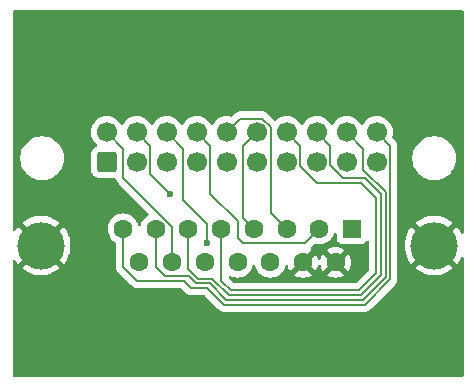
<source format=gtl>
G04 #@! TF.GenerationSoftware,KiCad,Pcbnew,8.0.5*
G04 #@! TF.CreationDate,2024-10-24T17:48:11+02:00*
G04 #@! TF.ProjectId,parallel_adapter,70617261-6c6c-4656-9c5f-616461707465,rev?*
G04 #@! TF.SameCoordinates,Original*
G04 #@! TF.FileFunction,Copper,L1,Top*
G04 #@! TF.FilePolarity,Positive*
%FSLAX46Y46*%
G04 Gerber Fmt 4.6, Leading zero omitted, Abs format (unit mm)*
G04 Created by KiCad (PCBNEW 8.0.5) date 2024-10-24 17:48:11*
%MOMM*%
%LPD*%
G01*
G04 APERTURE LIST*
G04 Aperture macros list*
%AMRoundRect*
0 Rectangle with rounded corners*
0 $1 Rounding radius*
0 $2 $3 $4 $5 $6 $7 $8 $9 X,Y pos of 4 corners*
0 Add a 4 corners polygon primitive as box body*
4,1,4,$2,$3,$4,$5,$6,$7,$8,$9,$2,$3,0*
0 Add four circle primitives for the rounded corners*
1,1,$1+$1,$2,$3*
1,1,$1+$1,$4,$5*
1,1,$1+$1,$6,$7*
1,1,$1+$1,$8,$9*
0 Add four rect primitives between the rounded corners*
20,1,$1+$1,$2,$3,$4,$5,0*
20,1,$1+$1,$4,$5,$6,$7,0*
20,1,$1+$1,$6,$7,$8,$9,0*
20,1,$1+$1,$8,$9,$2,$3,0*%
G04 Aperture macros list end*
G04 #@! TA.AperFunction,ComponentPad*
%ADD10RoundRect,0.250000X0.600000X-0.600000X0.600000X0.600000X-0.600000X0.600000X-0.600000X-0.600000X0*%
G04 #@! TD*
G04 #@! TA.AperFunction,ComponentPad*
%ADD11C,1.700000*%
G04 #@! TD*
G04 #@! TA.AperFunction,ComponentPad*
%ADD12C,4.000000*%
G04 #@! TD*
G04 #@! TA.AperFunction,ComponentPad*
%ADD13R,1.600000X1.600000*%
G04 #@! TD*
G04 #@! TA.AperFunction,ComponentPad*
%ADD14C,1.600000*%
G04 #@! TD*
G04 #@! TA.AperFunction,ViaPad*
%ADD15C,0.600000*%
G04 #@! TD*
G04 #@! TA.AperFunction,Conductor*
%ADD16C,0.200000*%
G04 #@! TD*
G04 APERTURE END LIST*
D10*
X139080000Y-82540000D03*
D11*
X139080000Y-80000000D03*
X141620000Y-82540000D03*
X141620000Y-80000000D03*
X144160000Y-82540000D03*
X144160000Y-80000000D03*
X146700000Y-82540000D03*
X146700000Y-80000000D03*
X149240000Y-82540000D03*
X149240000Y-80000000D03*
X151780000Y-82540000D03*
X151780000Y-80000000D03*
X154320000Y-82540000D03*
X154320000Y-80000000D03*
X156860000Y-82540000D03*
X156860000Y-80000000D03*
X159400000Y-82540000D03*
X159400000Y-80000000D03*
X161940000Y-82540000D03*
X161940000Y-80000000D03*
D12*
X133500000Y-89600000D03*
X166800000Y-89600000D03*
D13*
X159845000Y-88180000D03*
D14*
X157075000Y-88180000D03*
X154305000Y-88180000D03*
X151535000Y-88180000D03*
X148765000Y-88180000D03*
X145995000Y-88180000D03*
X143225000Y-88180000D03*
X140455000Y-88180000D03*
X158460000Y-91020000D03*
X155690000Y-91020000D03*
X152920000Y-91020000D03*
X150150000Y-91020000D03*
X147380000Y-91020000D03*
X144610000Y-91020000D03*
X141840000Y-91020000D03*
D15*
X147600000Y-89400000D03*
X144400000Y-85200000D03*
D16*
X151780000Y-80000000D02*
X150630000Y-81150000D01*
X150630000Y-81150000D02*
X150630000Y-87275000D01*
X150630000Y-87275000D02*
X151535000Y-88180000D01*
X149240000Y-80000000D02*
X150390000Y-78850000D01*
X152256346Y-78850000D02*
X153000000Y-79593654D01*
X150390000Y-78850000D02*
X152256346Y-78850000D01*
X153000000Y-79593654D02*
X153000000Y-86875000D01*
X153000000Y-86875000D02*
X154305000Y-88180000D01*
X158010000Y-81150000D02*
X158010000Y-82810000D01*
X149400000Y-93800000D02*
X148000000Y-92400000D01*
X160917157Y-83882843D02*
X162290000Y-85255686D01*
X162290000Y-85255686D02*
X162290000Y-92110000D01*
X156860000Y-80000000D02*
X158010000Y-81150000D01*
X160600000Y-93800000D02*
X149400000Y-93800000D01*
X146795000Y-92400000D02*
X145995000Y-91600000D01*
X148000000Y-92400000D02*
X146795000Y-92400000D01*
X159082843Y-83882843D02*
X160917157Y-83882843D01*
X158010000Y-82810000D02*
X159082843Y-83882843D01*
X162290000Y-92110000D02*
X160600000Y-93800000D01*
X145995000Y-91600000D02*
X145995000Y-88180000D01*
X146000000Y-92200000D02*
X144025000Y-92200000D01*
X149200000Y-94200000D02*
X147800000Y-92800000D01*
X160790000Y-83190000D02*
X162690000Y-85090000D01*
X143225000Y-91400000D02*
X143225000Y-88180000D01*
X160765686Y-94200000D02*
X149200000Y-94200000D01*
X162690000Y-92275686D02*
X160765686Y-94200000D01*
X160790000Y-81390000D02*
X160790000Y-83190000D01*
X146600000Y-92800000D02*
X146000000Y-92200000D01*
X147800000Y-92800000D02*
X146600000Y-92800000D01*
X144025000Y-92200000D02*
X143225000Y-91400000D01*
X159400000Y-80000000D02*
X160790000Y-81390000D01*
X162690000Y-85090000D02*
X162690000Y-92275686D01*
X163090000Y-81150000D02*
X163090000Y-92441372D01*
X145600000Y-92600000D02*
X141655000Y-92600000D01*
X163090000Y-92441372D02*
X160931372Y-94600000D01*
X147600000Y-93200000D02*
X146200000Y-93200000D01*
X160931372Y-94600000D02*
X149000000Y-94600000D01*
X141655000Y-92600000D02*
X140455000Y-91400000D01*
X161940000Y-80000000D02*
X163090000Y-81150000D01*
X146200000Y-93200000D02*
X145600000Y-92600000D01*
X140455000Y-91400000D02*
X140455000Y-88180000D01*
X149000000Y-94600000D02*
X147600000Y-93200000D01*
X150200000Y-89000000D02*
X150600000Y-89400000D01*
X155855000Y-89400000D02*
X157075000Y-88180000D01*
X147850000Y-81150000D02*
X147850000Y-85200000D01*
X150600000Y-89400000D02*
X155855000Y-89400000D01*
X146700000Y-80000000D02*
X147850000Y-81150000D01*
X147850000Y-85200000D02*
X150200000Y-87550000D01*
X150200000Y-87550000D02*
X150200000Y-89000000D01*
X144160000Y-80000000D02*
X145550000Y-81390000D01*
X145550000Y-85750000D02*
X147600000Y-87800000D01*
X145550000Y-81390000D02*
X145550000Y-85750000D01*
X147600000Y-87800000D02*
X147600000Y-89400000D01*
X142770000Y-83570000D02*
X144400000Y-85200000D01*
X142770000Y-81150000D02*
X142770000Y-83570000D01*
X141620000Y-80000000D02*
X142770000Y-81150000D01*
X144610000Y-88009365D02*
X144610000Y-91020000D01*
X140470000Y-83869365D02*
X144610000Y-88009365D01*
X139080000Y-80000000D02*
X140470000Y-81390000D01*
X140470000Y-81390000D02*
X140470000Y-83869365D01*
X149600000Y-93400000D02*
X148765000Y-92565000D01*
X156882843Y-84282843D02*
X160600000Y-84282843D01*
X148765000Y-92565000D02*
X148765000Y-88180000D01*
X161890000Y-85572843D02*
X161890000Y-91944314D01*
X154320000Y-80000000D02*
X155470000Y-81150000D01*
X160600000Y-84282843D02*
X161890000Y-85572843D01*
X155470000Y-82870000D02*
X156882843Y-84282843D01*
X160434314Y-93400000D02*
X149600000Y-93400000D01*
X155470000Y-81150000D02*
X155470000Y-82870000D01*
X161890000Y-91944314D02*
X160434314Y-93400000D01*
G04 #@! TA.AperFunction,Conductor*
G36*
X158469240Y-88548352D02*
G01*
X158523146Y-88592803D01*
X158544463Y-88659341D01*
X158544500Y-88662371D01*
X158544500Y-89027869D01*
X158544501Y-89027876D01*
X158550908Y-89087483D01*
X158601202Y-89222328D01*
X158601206Y-89222335D01*
X158687452Y-89337544D01*
X158687455Y-89337547D01*
X158802664Y-89423793D01*
X158802671Y-89423797D01*
X158937517Y-89474091D01*
X158937516Y-89474091D01*
X158944444Y-89474835D01*
X158997127Y-89480500D01*
X160692872Y-89480499D01*
X160752483Y-89474091D01*
X160887331Y-89423796D01*
X161002546Y-89337546D01*
X161066235Y-89252468D01*
X161122167Y-89210599D01*
X161191859Y-89205615D01*
X161253182Y-89239100D01*
X161286666Y-89300423D01*
X161289500Y-89326781D01*
X161289500Y-91644217D01*
X161269815Y-91711256D01*
X161253181Y-91731898D01*
X160221898Y-92763181D01*
X160160575Y-92796666D01*
X160134217Y-92799500D01*
X149900097Y-92799500D01*
X149833058Y-92779815D01*
X149812416Y-92763181D01*
X149437162Y-92387927D01*
X149403677Y-92326604D01*
X149408661Y-92256912D01*
X149450533Y-92200979D01*
X149515997Y-92176562D01*
X149577246Y-92187863D01*
X149703504Y-92246739D01*
X149923308Y-92305635D01*
X150085230Y-92319801D01*
X150149998Y-92325468D01*
X150150000Y-92325468D01*
X150150002Y-92325468D01*
X150206673Y-92320509D01*
X150376692Y-92305635D01*
X150596496Y-92246739D01*
X150802734Y-92150568D01*
X150989139Y-92020047D01*
X151150047Y-91859139D01*
X151280568Y-91672734D01*
X151376739Y-91466496D01*
X151415225Y-91322862D01*
X151451590Y-91263202D01*
X151514437Y-91232673D01*
X151583812Y-91240968D01*
X151637690Y-91285453D01*
X151654775Y-91322863D01*
X151693258Y-91466488D01*
X151693261Y-91466497D01*
X151789431Y-91672732D01*
X151789432Y-91672734D01*
X151919954Y-91859141D01*
X152080858Y-92020045D01*
X152080861Y-92020047D01*
X152267266Y-92150568D01*
X152473504Y-92246739D01*
X152693308Y-92305635D01*
X152855230Y-92319801D01*
X152919998Y-92325468D01*
X152920000Y-92325468D01*
X152920002Y-92325468D01*
X152976673Y-92320509D01*
X153146692Y-92305635D01*
X153366496Y-92246739D01*
X153572734Y-92150568D01*
X153759139Y-92020047D01*
X153920047Y-91859139D01*
X154050568Y-91672734D01*
X154146739Y-91466496D01*
X154185484Y-91321895D01*
X154221847Y-91262238D01*
X154284694Y-91231708D01*
X154354070Y-91240002D01*
X154407948Y-91284487D01*
X154425033Y-91321897D01*
X154463731Y-91466319D01*
X154463735Y-91466331D01*
X154559863Y-91672478D01*
X154610974Y-91745472D01*
X155207037Y-91149408D01*
X155224075Y-91212993D01*
X155289901Y-91327007D01*
X155382993Y-91420099D01*
X155497007Y-91485925D01*
X155560590Y-91502962D01*
X154964526Y-92099025D01*
X155037513Y-92150132D01*
X155037521Y-92150136D01*
X155243668Y-92246264D01*
X155243682Y-92246269D01*
X155463389Y-92305139D01*
X155463400Y-92305141D01*
X155689998Y-92324966D01*
X155690002Y-92324966D01*
X155916599Y-92305141D01*
X155916610Y-92305139D01*
X156136317Y-92246269D01*
X156136331Y-92246264D01*
X156342478Y-92150136D01*
X156415471Y-92099024D01*
X155819409Y-91502962D01*
X155882993Y-91485925D01*
X155997007Y-91420099D01*
X156090099Y-91327007D01*
X156155925Y-91212993D01*
X156172962Y-91149409D01*
X156769024Y-91745471D01*
X156820136Y-91672478D01*
X156916264Y-91466331D01*
X156916269Y-91466317D01*
X156955225Y-91320932D01*
X156991590Y-91261271D01*
X157054437Y-91230742D01*
X157123812Y-91239037D01*
X157177690Y-91283522D01*
X157194775Y-91320932D01*
X157233730Y-91466317D01*
X157233735Y-91466331D01*
X157329863Y-91672478D01*
X157380974Y-91745472D01*
X157977037Y-91149409D01*
X157994075Y-91212993D01*
X158059901Y-91327007D01*
X158152993Y-91420099D01*
X158267007Y-91485925D01*
X158330590Y-91502962D01*
X157734526Y-92099025D01*
X157807513Y-92150132D01*
X157807521Y-92150136D01*
X158013668Y-92246264D01*
X158013682Y-92246269D01*
X158233389Y-92305139D01*
X158233400Y-92305141D01*
X158459998Y-92324966D01*
X158460002Y-92324966D01*
X158686599Y-92305141D01*
X158686610Y-92305139D01*
X158906317Y-92246269D01*
X158906331Y-92246264D01*
X159112478Y-92150136D01*
X159185471Y-92099024D01*
X158589409Y-91502962D01*
X158652993Y-91485925D01*
X158767007Y-91420099D01*
X158860099Y-91327007D01*
X158925925Y-91212993D01*
X158942962Y-91149409D01*
X159539024Y-91745471D01*
X159590136Y-91672478D01*
X159686264Y-91466331D01*
X159686269Y-91466317D01*
X159745139Y-91246610D01*
X159745141Y-91246599D01*
X159764966Y-91020002D01*
X159764966Y-91019997D01*
X159745141Y-90793400D01*
X159745139Y-90793389D01*
X159686269Y-90573682D01*
X159686264Y-90573668D01*
X159590136Y-90367521D01*
X159590132Y-90367513D01*
X159539025Y-90294526D01*
X158942962Y-90890589D01*
X158925925Y-90827007D01*
X158860099Y-90712993D01*
X158767007Y-90619901D01*
X158652993Y-90554075D01*
X158589410Y-90537037D01*
X159185472Y-89940974D01*
X159112478Y-89889863D01*
X158906331Y-89793735D01*
X158906317Y-89793730D01*
X158686610Y-89734860D01*
X158686599Y-89734858D01*
X158460002Y-89715034D01*
X158459998Y-89715034D01*
X158233400Y-89734858D01*
X158233389Y-89734860D01*
X158013682Y-89793730D01*
X158013673Y-89793734D01*
X157807516Y-89889866D01*
X157807512Y-89889868D01*
X157734526Y-89940973D01*
X157734526Y-89940974D01*
X158330590Y-90537037D01*
X158267007Y-90554075D01*
X158152993Y-90619901D01*
X158059901Y-90712993D01*
X157994075Y-90827007D01*
X157977037Y-90890589D01*
X157380974Y-90294526D01*
X157380973Y-90294526D01*
X157329868Y-90367512D01*
X157329866Y-90367516D01*
X157233734Y-90573673D01*
X157233731Y-90573679D01*
X157194775Y-90719068D01*
X157158410Y-90778728D01*
X157095563Y-90809257D01*
X157026187Y-90800962D01*
X156972310Y-90756477D01*
X156955225Y-90719068D01*
X156916268Y-90573679D01*
X156916264Y-90573668D01*
X156820136Y-90367521D01*
X156820132Y-90367513D01*
X156769025Y-90294526D01*
X156172962Y-90890589D01*
X156155925Y-90827007D01*
X156090099Y-90712993D01*
X155997007Y-90619901D01*
X155882993Y-90554075D01*
X155819408Y-90537037D01*
X156415472Y-89940974D01*
X156388181Y-89921865D01*
X156344556Y-89867288D01*
X156337364Y-89797789D01*
X156368886Y-89735435D01*
X156371592Y-89732641D01*
X156632294Y-89471939D01*
X156693615Y-89438456D01*
X156752066Y-89439847D01*
X156771604Y-89445082D01*
X156848308Y-89465635D01*
X157010230Y-89479801D01*
X157074998Y-89485468D01*
X157075000Y-89485468D01*
X157075002Y-89485468D01*
X157131807Y-89480498D01*
X157301692Y-89465635D01*
X157521496Y-89406739D01*
X157727734Y-89310568D01*
X157914139Y-89180047D01*
X158075047Y-89019139D01*
X158205568Y-88832734D01*
X158301739Y-88626496D01*
X158301741Y-88626488D01*
X158303593Y-88621402D01*
X158305689Y-88622165D01*
X158337032Y-88570670D01*
X158399859Y-88540101D01*
X158469240Y-88548352D01*
G37*
G04 #@! TD.AperFunction*
G04 #@! TA.AperFunction,Conductor*
G36*
X169242539Y-69720185D02*
G01*
X169288294Y-69772989D01*
X169299500Y-69824500D01*
X169299500Y-88485377D01*
X169279815Y-88552416D01*
X169227011Y-88598171D01*
X169157853Y-88608115D01*
X169094297Y-88579090D01*
X169063302Y-88538174D01*
X168995100Y-88393238D01*
X168995096Y-88393232D01*
X168826542Y-88127632D01*
X168826539Y-88127628D01*
X168735712Y-88017838D01*
X168094250Y-88659300D01*
X168020412Y-88557670D01*
X167842330Y-88379588D01*
X167740698Y-88305748D01*
X168385027Y-87661419D01*
X168385026Y-87661417D01*
X168142227Y-87485014D01*
X168142209Y-87485003D01*
X167866552Y-87333459D01*
X167866544Y-87333455D01*
X167574073Y-87217659D01*
X167269379Y-87139426D01*
X167269370Y-87139424D01*
X166957298Y-87100000D01*
X166642701Y-87100000D01*
X166330629Y-87139424D01*
X166330620Y-87139426D01*
X166025926Y-87217659D01*
X165733455Y-87333455D01*
X165733447Y-87333459D01*
X165457787Y-87485004D01*
X165457782Y-87485007D01*
X165214972Y-87661418D01*
X165214971Y-87661419D01*
X165859301Y-88305748D01*
X165757670Y-88379588D01*
X165579588Y-88557670D01*
X165505748Y-88659300D01*
X164864286Y-88017838D01*
X164864285Y-88017838D01*
X164773459Y-88127629D01*
X164773457Y-88127632D01*
X164604903Y-88393232D01*
X164604900Y-88393238D01*
X164470965Y-88677862D01*
X164470963Y-88677867D01*
X164373755Y-88977041D01*
X164314808Y-89286050D01*
X164314807Y-89286057D01*
X164295057Y-89599994D01*
X164295057Y-89600005D01*
X164314807Y-89913942D01*
X164314808Y-89913949D01*
X164373755Y-90222958D01*
X164470963Y-90522132D01*
X164470965Y-90522137D01*
X164604900Y-90806761D01*
X164604903Y-90806767D01*
X164773457Y-91072367D01*
X164773460Y-91072371D01*
X164864286Y-91182160D01*
X165505748Y-90540698D01*
X165579588Y-90642330D01*
X165757670Y-90820412D01*
X165859300Y-90894250D01*
X165214971Y-91538579D01*
X165214972Y-91538581D01*
X165457772Y-91714985D01*
X165457790Y-91714996D01*
X165733447Y-91866540D01*
X165733455Y-91866544D01*
X166025926Y-91982340D01*
X166330620Y-92060573D01*
X166330629Y-92060575D01*
X166642701Y-92099999D01*
X166642715Y-92100000D01*
X166957285Y-92100000D01*
X166957298Y-92099999D01*
X167269370Y-92060575D01*
X167269379Y-92060573D01*
X167574073Y-91982340D01*
X167866544Y-91866544D01*
X167866552Y-91866540D01*
X168142209Y-91714996D01*
X168142219Y-91714990D01*
X168385026Y-91538579D01*
X168385027Y-91538579D01*
X167740698Y-90894251D01*
X167842330Y-90820412D01*
X168020412Y-90642330D01*
X168094251Y-90540698D01*
X168735712Y-91182160D01*
X168826544Y-91072364D01*
X168995096Y-90806767D01*
X168995099Y-90806761D01*
X169063302Y-90661825D01*
X169109657Y-90609547D01*
X169176917Y-90590630D01*
X169243727Y-90611079D01*
X169288876Y-90664403D01*
X169299500Y-90714622D01*
X169299500Y-100575500D01*
X169279815Y-100642539D01*
X169227011Y-100688294D01*
X169175500Y-100699500D01*
X131224500Y-100699500D01*
X131157461Y-100679815D01*
X131111706Y-100627011D01*
X131100500Y-100575500D01*
X131100500Y-90911490D01*
X131120185Y-90844451D01*
X131172989Y-90798696D01*
X131242147Y-90788752D01*
X131305703Y-90817777D01*
X131329197Y-90845048D01*
X131473457Y-91072367D01*
X131473460Y-91072371D01*
X131564286Y-91182160D01*
X132205748Y-90540698D01*
X132279588Y-90642330D01*
X132457670Y-90820412D01*
X132559300Y-90894250D01*
X131914971Y-91538579D01*
X131914972Y-91538581D01*
X132157772Y-91714985D01*
X132157790Y-91714996D01*
X132433447Y-91866540D01*
X132433455Y-91866544D01*
X132725926Y-91982340D01*
X133030620Y-92060573D01*
X133030629Y-92060575D01*
X133342701Y-92099999D01*
X133342715Y-92100000D01*
X133657285Y-92100000D01*
X133657298Y-92099999D01*
X133969370Y-92060575D01*
X133969379Y-92060573D01*
X134274073Y-91982340D01*
X134566544Y-91866544D01*
X134566552Y-91866540D01*
X134842209Y-91714996D01*
X134842219Y-91714990D01*
X135085026Y-91538579D01*
X135085027Y-91538579D01*
X134440698Y-90894251D01*
X134542330Y-90820412D01*
X134720412Y-90642330D01*
X134794251Y-90540698D01*
X135435712Y-91182160D01*
X135526544Y-91072364D01*
X135695096Y-90806767D01*
X135695099Y-90806761D01*
X135829034Y-90522137D01*
X135829036Y-90522132D01*
X135926244Y-90222958D01*
X135985191Y-89913949D01*
X135985192Y-89913942D01*
X136004943Y-89600005D01*
X136004943Y-89599994D01*
X135985192Y-89286057D01*
X135985191Y-89286050D01*
X135926244Y-88977041D01*
X135829036Y-88677867D01*
X135829034Y-88677862D01*
X135695099Y-88393238D01*
X135695096Y-88393232D01*
X135526542Y-88127632D01*
X135526539Y-88127628D01*
X135435712Y-88017838D01*
X134794250Y-88659300D01*
X134720412Y-88557670D01*
X134542330Y-88379588D01*
X134440698Y-88305748D01*
X135085027Y-87661419D01*
X135085026Y-87661417D01*
X134842227Y-87485014D01*
X134842209Y-87485003D01*
X134566552Y-87333459D01*
X134566544Y-87333455D01*
X134274073Y-87217659D01*
X133969379Y-87139426D01*
X133969370Y-87139424D01*
X133657298Y-87100000D01*
X133342701Y-87100000D01*
X133030629Y-87139424D01*
X133030620Y-87139426D01*
X132725926Y-87217659D01*
X132433455Y-87333455D01*
X132433447Y-87333459D01*
X132157787Y-87485004D01*
X132157782Y-87485007D01*
X131914972Y-87661418D01*
X131914971Y-87661419D01*
X132559301Y-88305748D01*
X132457670Y-88379588D01*
X132279588Y-88557670D01*
X132205748Y-88659300D01*
X131564286Y-88017838D01*
X131564285Y-88017838D01*
X131473459Y-88127629D01*
X131473457Y-88127632D01*
X131329197Y-88354951D01*
X131276655Y-88401007D01*
X131207554Y-88411346D01*
X131143834Y-88382684D01*
X131105724Y-88324123D01*
X131100500Y-88288509D01*
X131100500Y-82078711D01*
X131749500Y-82078711D01*
X131749500Y-82321288D01*
X131781161Y-82561785D01*
X131843947Y-82796104D01*
X131930858Y-83005925D01*
X131936776Y-83020212D01*
X132058064Y-83230289D01*
X132058066Y-83230292D01*
X132058067Y-83230293D01*
X132205733Y-83422736D01*
X132205739Y-83422743D01*
X132377256Y-83594260D01*
X132377263Y-83594266D01*
X132396017Y-83608656D01*
X132569711Y-83741936D01*
X132779788Y-83863224D01*
X132914021Y-83918825D01*
X132994076Y-83951985D01*
X133003900Y-83956054D01*
X133238211Y-84018838D01*
X133418586Y-84042584D01*
X133478711Y-84050500D01*
X133478712Y-84050500D01*
X133721289Y-84050500D01*
X133769388Y-84044167D01*
X133961789Y-84018838D01*
X134196100Y-83956054D01*
X134420212Y-83863224D01*
X134630289Y-83741936D01*
X134822738Y-83594265D01*
X134994265Y-83422738D01*
X135141936Y-83230289D01*
X135263224Y-83020212D01*
X135356054Y-82796100D01*
X135418838Y-82561789D01*
X135450500Y-82321288D01*
X135450500Y-82078712D01*
X135418838Y-81838211D01*
X135356054Y-81603900D01*
X135263224Y-81379788D01*
X135141936Y-81169711D01*
X134994265Y-80977262D01*
X134994260Y-80977256D01*
X134822743Y-80805739D01*
X134822736Y-80805733D01*
X134630293Y-80658067D01*
X134630292Y-80658066D01*
X134630289Y-80658064D01*
X134420212Y-80536776D01*
X134420205Y-80536773D01*
X134196104Y-80443947D01*
X133961785Y-80381161D01*
X133721289Y-80349500D01*
X133721288Y-80349500D01*
X133478712Y-80349500D01*
X133478711Y-80349500D01*
X133238214Y-80381161D01*
X133003895Y-80443947D01*
X132779794Y-80536773D01*
X132779785Y-80536777D01*
X132569706Y-80658067D01*
X132377263Y-80805733D01*
X132377256Y-80805739D01*
X132205739Y-80977256D01*
X132205733Y-80977263D01*
X132058067Y-81169706D01*
X131936777Y-81379785D01*
X131936773Y-81379794D01*
X131843947Y-81603895D01*
X131781161Y-81838214D01*
X131749500Y-82078711D01*
X131100500Y-82078711D01*
X131100500Y-79999999D01*
X137724341Y-79999999D01*
X137724341Y-80000000D01*
X137744936Y-80235403D01*
X137744938Y-80235413D01*
X137806094Y-80463655D01*
X137806096Y-80463659D01*
X137806097Y-80463663D01*
X137840191Y-80536777D01*
X137905965Y-80677830D01*
X137905967Y-80677834D01*
X137995524Y-80805733D01*
X138041505Y-80871401D01*
X138208599Y-81038495D01*
X138208604Y-81038499D01*
X138209968Y-81039643D01*
X138210407Y-81040303D01*
X138212427Y-81042323D01*
X138212021Y-81042728D01*
X138248669Y-81097815D01*
X138249776Y-81167676D01*
X138212937Y-81227046D01*
X138169267Y-81252336D01*
X138160669Y-81255184D01*
X138160663Y-81255187D01*
X138011342Y-81347289D01*
X137887289Y-81471342D01*
X137795187Y-81620663D01*
X137795185Y-81620668D01*
X137767349Y-81704670D01*
X137740001Y-81787203D01*
X137740001Y-81787204D01*
X137740000Y-81787204D01*
X137729500Y-81889983D01*
X137729500Y-83190001D01*
X137729501Y-83190018D01*
X137740000Y-83292796D01*
X137740001Y-83292799D01*
X137783059Y-83422738D01*
X137795186Y-83459334D01*
X137887288Y-83608656D01*
X138011344Y-83732712D01*
X138160666Y-83824814D01*
X138327203Y-83879999D01*
X138429991Y-83890500D01*
X139730008Y-83890499D01*
X139745627Y-83888903D01*
X139814318Y-83901671D01*
X139865204Y-83949551D01*
X139878004Y-83980166D01*
X139910258Y-84100535D01*
X139910423Y-84101150D01*
X139918204Y-84114627D01*
X139989477Y-84238077D01*
X139989481Y-84238082D01*
X140108349Y-84356950D01*
X140108355Y-84356955D01*
X142602922Y-86851522D01*
X142636407Y-86912845D01*
X142631423Y-86982537D01*
X142589551Y-87038470D01*
X142576667Y-87046212D01*
X142576961Y-87046721D01*
X142572268Y-87049430D01*
X142385858Y-87179954D01*
X142224954Y-87340858D01*
X142094432Y-87527265D01*
X142094431Y-87527267D01*
X141998261Y-87733502D01*
X141998258Y-87733511D01*
X141959775Y-87877136D01*
X141923410Y-87936797D01*
X141860563Y-87967326D01*
X141791188Y-87959031D01*
X141737310Y-87914546D01*
X141720225Y-87877136D01*
X141681741Y-87733511D01*
X141681738Y-87733502D01*
X141648125Y-87661419D01*
X141585568Y-87527266D01*
X141455047Y-87340861D01*
X141455045Y-87340858D01*
X141294141Y-87179954D01*
X141107734Y-87049432D01*
X141107732Y-87049431D01*
X140901497Y-86953261D01*
X140901488Y-86953258D01*
X140681697Y-86894366D01*
X140681693Y-86894365D01*
X140681692Y-86894365D01*
X140681691Y-86894364D01*
X140681686Y-86894364D01*
X140455002Y-86874532D01*
X140454998Y-86874532D01*
X140228313Y-86894364D01*
X140228302Y-86894366D01*
X140008511Y-86953258D01*
X140008502Y-86953261D01*
X139802267Y-87049431D01*
X139802265Y-87049432D01*
X139615858Y-87179954D01*
X139454954Y-87340858D01*
X139324432Y-87527265D01*
X139324431Y-87527267D01*
X139228261Y-87733502D01*
X139228258Y-87733511D01*
X139169366Y-87953302D01*
X139169364Y-87953313D01*
X139149532Y-88179998D01*
X139149532Y-88180001D01*
X139169364Y-88406686D01*
X139169366Y-88406697D01*
X139228258Y-88626488D01*
X139228261Y-88626497D01*
X139324431Y-88832732D01*
X139324432Y-88832734D01*
X139454954Y-89019141D01*
X139615858Y-89180045D01*
X139615861Y-89180047D01*
X139801624Y-89310118D01*
X139845248Y-89364693D01*
X139854500Y-89411692D01*
X139854500Y-91313330D01*
X139854499Y-91313348D01*
X139854499Y-91479054D01*
X139854498Y-91479054D01*
X139854499Y-91479057D01*
X139895423Y-91631785D01*
X139910433Y-91657782D01*
X139932255Y-91695579D01*
X139974479Y-91768715D01*
X140093349Y-91887585D01*
X140093355Y-91887590D01*
X141170139Y-92964374D01*
X141170149Y-92964385D01*
X141174479Y-92968715D01*
X141174480Y-92968716D01*
X141286284Y-93080520D01*
X141362594Y-93124577D01*
X141423215Y-93159577D01*
X141575942Y-93200500D01*
X141575943Y-93200500D01*
X145299903Y-93200500D01*
X145366942Y-93220185D01*
X145387584Y-93236819D01*
X145715139Y-93564374D01*
X145715149Y-93564385D01*
X145719479Y-93568715D01*
X145719480Y-93568716D01*
X145831284Y-93680520D01*
X145918095Y-93730639D01*
X145918097Y-93730641D01*
X145956151Y-93752611D01*
X145968215Y-93759577D01*
X146120943Y-93800500D01*
X146279057Y-93800500D01*
X147299903Y-93800500D01*
X147366942Y-93820185D01*
X147387584Y-93836819D01*
X148515139Y-94964374D01*
X148515149Y-94964385D01*
X148519479Y-94968715D01*
X148519480Y-94968716D01*
X148631284Y-95080520D01*
X148718095Y-95130639D01*
X148718097Y-95130641D01*
X148756151Y-95152611D01*
X148768215Y-95159577D01*
X148920943Y-95200501D01*
X148920946Y-95200501D01*
X149086653Y-95200501D01*
X149086669Y-95200500D01*
X160844703Y-95200500D01*
X160844719Y-95200501D01*
X160852315Y-95200501D01*
X161010426Y-95200501D01*
X161010429Y-95200501D01*
X161163157Y-95159577D01*
X161213276Y-95130639D01*
X161300088Y-95080520D01*
X161411892Y-94968716D01*
X161411892Y-94968714D01*
X161422100Y-94958507D01*
X161422102Y-94958504D01*
X163448506Y-92932100D01*
X163448511Y-92932096D01*
X163458714Y-92921892D01*
X163458716Y-92921892D01*
X163570520Y-92810088D01*
X163621987Y-92720943D01*
X163649577Y-92673157D01*
X163690501Y-92520429D01*
X163690501Y-92362315D01*
X163690501Y-92354720D01*
X163690500Y-92354702D01*
X163690500Y-82078711D01*
X164949500Y-82078711D01*
X164949500Y-82321288D01*
X164981161Y-82561785D01*
X165043947Y-82796104D01*
X165130858Y-83005925D01*
X165136776Y-83020212D01*
X165258064Y-83230289D01*
X165258066Y-83230292D01*
X165258067Y-83230293D01*
X165405733Y-83422736D01*
X165405739Y-83422743D01*
X165577256Y-83594260D01*
X165577263Y-83594266D01*
X165596017Y-83608656D01*
X165769711Y-83741936D01*
X165979788Y-83863224D01*
X166114021Y-83918825D01*
X166194076Y-83951985D01*
X166203900Y-83956054D01*
X166438211Y-84018838D01*
X166618586Y-84042584D01*
X166678711Y-84050500D01*
X166678712Y-84050500D01*
X166921289Y-84050500D01*
X166969388Y-84044167D01*
X167161789Y-84018838D01*
X167396100Y-83956054D01*
X167620212Y-83863224D01*
X167830289Y-83741936D01*
X168022738Y-83594265D01*
X168194265Y-83422738D01*
X168341936Y-83230289D01*
X168463224Y-83020212D01*
X168556054Y-82796100D01*
X168618838Y-82561789D01*
X168650500Y-82321288D01*
X168650500Y-82078712D01*
X168618838Y-81838211D01*
X168556054Y-81603900D01*
X168463224Y-81379788D01*
X168341936Y-81169711D01*
X168194265Y-80977262D01*
X168194260Y-80977256D01*
X168022743Y-80805739D01*
X168022736Y-80805733D01*
X167830293Y-80658067D01*
X167830292Y-80658066D01*
X167830289Y-80658064D01*
X167620212Y-80536776D01*
X167620205Y-80536773D01*
X167396104Y-80443947D01*
X167161785Y-80381161D01*
X166921289Y-80349500D01*
X166921288Y-80349500D01*
X166678712Y-80349500D01*
X166678711Y-80349500D01*
X166438214Y-80381161D01*
X166203895Y-80443947D01*
X165979794Y-80536773D01*
X165979785Y-80536777D01*
X165769706Y-80658067D01*
X165577263Y-80805733D01*
X165577256Y-80805739D01*
X165405739Y-80977256D01*
X165405733Y-80977263D01*
X165258067Y-81169706D01*
X165136777Y-81379785D01*
X165136773Y-81379794D01*
X165043947Y-81603895D01*
X164981161Y-81838214D01*
X164949500Y-82078711D01*
X163690500Y-82078711D01*
X163690500Y-81239060D01*
X163690501Y-81239047D01*
X163690501Y-81070944D01*
X163690501Y-81070943D01*
X163649577Y-80918216D01*
X163584636Y-80805733D01*
X163570524Y-80781290D01*
X163570518Y-80781282D01*
X163272766Y-80483530D01*
X163239281Y-80422207D01*
X163240672Y-80363755D01*
X163244492Y-80349500D01*
X163275063Y-80235408D01*
X163295659Y-80000000D01*
X163275063Y-79764592D01*
X163213903Y-79536337D01*
X163114035Y-79322171D01*
X163108425Y-79314158D01*
X162978494Y-79128597D01*
X162811402Y-78961506D01*
X162811395Y-78961501D01*
X162617834Y-78825967D01*
X162617830Y-78825965D01*
X162617828Y-78825964D01*
X162403663Y-78726097D01*
X162403659Y-78726096D01*
X162403655Y-78726094D01*
X162175413Y-78664938D01*
X162175403Y-78664936D01*
X161940001Y-78644341D01*
X161939999Y-78644341D01*
X161704596Y-78664936D01*
X161704586Y-78664938D01*
X161476344Y-78726094D01*
X161476335Y-78726098D01*
X161262171Y-78825964D01*
X161262169Y-78825965D01*
X161068597Y-78961505D01*
X160901505Y-79128597D01*
X160771575Y-79314158D01*
X160716998Y-79357783D01*
X160647500Y-79364977D01*
X160585145Y-79333454D01*
X160568425Y-79314158D01*
X160438494Y-79128597D01*
X160271402Y-78961506D01*
X160271395Y-78961501D01*
X160077834Y-78825967D01*
X160077830Y-78825965D01*
X160077828Y-78825964D01*
X159863663Y-78726097D01*
X159863659Y-78726096D01*
X159863655Y-78726094D01*
X159635413Y-78664938D01*
X159635403Y-78664936D01*
X159400001Y-78644341D01*
X159399999Y-78644341D01*
X159164596Y-78664936D01*
X159164586Y-78664938D01*
X158936344Y-78726094D01*
X158936335Y-78726098D01*
X158722171Y-78825964D01*
X158722169Y-78825965D01*
X158528597Y-78961505D01*
X158361505Y-79128597D01*
X158231575Y-79314158D01*
X158176998Y-79357783D01*
X158107500Y-79364977D01*
X158045145Y-79333454D01*
X158028425Y-79314158D01*
X157898494Y-79128597D01*
X157731402Y-78961506D01*
X157731395Y-78961501D01*
X157537834Y-78825967D01*
X157537830Y-78825965D01*
X157537828Y-78825964D01*
X157323663Y-78726097D01*
X157323659Y-78726096D01*
X157323655Y-78726094D01*
X157095413Y-78664938D01*
X157095403Y-78664936D01*
X156860001Y-78644341D01*
X156859999Y-78644341D01*
X156624596Y-78664936D01*
X156624586Y-78664938D01*
X156396344Y-78726094D01*
X156396335Y-78726098D01*
X156182171Y-78825964D01*
X156182169Y-78825965D01*
X155988597Y-78961505D01*
X155821505Y-79128597D01*
X155691575Y-79314158D01*
X155636998Y-79357783D01*
X155567500Y-79364977D01*
X155505145Y-79333454D01*
X155488425Y-79314158D01*
X155358494Y-79128597D01*
X155191402Y-78961506D01*
X155191395Y-78961501D01*
X154997834Y-78825967D01*
X154997830Y-78825965D01*
X154997828Y-78825964D01*
X154783663Y-78726097D01*
X154783659Y-78726096D01*
X154783655Y-78726094D01*
X154555413Y-78664938D01*
X154555403Y-78664936D01*
X154320001Y-78644341D01*
X154319999Y-78644341D01*
X154084596Y-78664936D01*
X154084586Y-78664938D01*
X153856344Y-78726094D01*
X153856335Y-78726098D01*
X153642171Y-78825964D01*
X153642169Y-78825965D01*
X153448596Y-78961506D01*
X153420519Y-78989582D01*
X153359195Y-79023065D01*
X153289504Y-79018078D01*
X153245160Y-78989579D01*
X152743936Y-78488355D01*
X152743934Y-78488352D01*
X152625063Y-78369481D01*
X152625062Y-78369480D01*
X152538250Y-78319360D01*
X152538250Y-78319359D01*
X152538246Y-78319358D01*
X152488131Y-78290423D01*
X152335403Y-78249499D01*
X152177289Y-78249499D01*
X152169693Y-78249499D01*
X152169677Y-78249500D01*
X150476670Y-78249500D01*
X150476654Y-78249499D01*
X150469058Y-78249499D01*
X150310943Y-78249499D01*
X150234579Y-78269961D01*
X150158214Y-78290423D01*
X150158209Y-78290426D01*
X150021290Y-78369475D01*
X150021286Y-78369478D01*
X149723529Y-78667234D01*
X149662206Y-78700718D01*
X149603755Y-78699327D01*
X149475413Y-78664938D01*
X149475403Y-78664936D01*
X149240001Y-78644341D01*
X149239999Y-78644341D01*
X149004596Y-78664936D01*
X149004586Y-78664938D01*
X148776344Y-78726094D01*
X148776335Y-78726098D01*
X148562171Y-78825964D01*
X148562169Y-78825965D01*
X148368597Y-78961505D01*
X148201505Y-79128597D01*
X148071575Y-79314158D01*
X148016998Y-79357783D01*
X147947500Y-79364977D01*
X147885145Y-79333454D01*
X147868425Y-79314158D01*
X147738494Y-79128597D01*
X147571402Y-78961506D01*
X147571395Y-78961501D01*
X147377834Y-78825967D01*
X147377830Y-78825965D01*
X147377828Y-78825964D01*
X147163663Y-78726097D01*
X147163659Y-78726096D01*
X147163655Y-78726094D01*
X146935413Y-78664938D01*
X146935403Y-78664936D01*
X146700001Y-78644341D01*
X146699999Y-78644341D01*
X146464596Y-78664936D01*
X146464586Y-78664938D01*
X146236344Y-78726094D01*
X146236335Y-78726098D01*
X146022171Y-78825964D01*
X146022169Y-78825965D01*
X145828597Y-78961505D01*
X145661505Y-79128597D01*
X145531575Y-79314158D01*
X145476998Y-79357783D01*
X145407500Y-79364977D01*
X145345145Y-79333454D01*
X145328425Y-79314158D01*
X145198494Y-79128597D01*
X145031402Y-78961506D01*
X145031395Y-78961501D01*
X144837834Y-78825967D01*
X144837830Y-78825965D01*
X144837828Y-78825964D01*
X144623663Y-78726097D01*
X144623659Y-78726096D01*
X144623655Y-78726094D01*
X144395413Y-78664938D01*
X144395403Y-78664936D01*
X144160001Y-78644341D01*
X144159999Y-78644341D01*
X143924596Y-78664936D01*
X143924586Y-78664938D01*
X143696344Y-78726094D01*
X143696335Y-78726098D01*
X143482171Y-78825964D01*
X143482169Y-78825965D01*
X143288597Y-78961505D01*
X143121505Y-79128597D01*
X142991575Y-79314158D01*
X142936998Y-79357783D01*
X142867500Y-79364977D01*
X142805145Y-79333454D01*
X142788425Y-79314158D01*
X142658494Y-79128597D01*
X142491402Y-78961506D01*
X142491395Y-78961501D01*
X142297834Y-78825967D01*
X142297830Y-78825965D01*
X142297828Y-78825964D01*
X142083663Y-78726097D01*
X142083659Y-78726096D01*
X142083655Y-78726094D01*
X141855413Y-78664938D01*
X141855403Y-78664936D01*
X141620001Y-78644341D01*
X141619999Y-78644341D01*
X141384596Y-78664936D01*
X141384586Y-78664938D01*
X141156344Y-78726094D01*
X141156335Y-78726098D01*
X140942171Y-78825964D01*
X140942169Y-78825965D01*
X140748597Y-78961505D01*
X140581505Y-79128597D01*
X140451575Y-79314158D01*
X140396998Y-79357783D01*
X140327500Y-79364977D01*
X140265145Y-79333454D01*
X140248425Y-79314158D01*
X140118494Y-79128597D01*
X139951402Y-78961506D01*
X139951395Y-78961501D01*
X139757834Y-78825967D01*
X139757830Y-78825965D01*
X139757828Y-78825964D01*
X139543663Y-78726097D01*
X139543659Y-78726096D01*
X139543655Y-78726094D01*
X139315413Y-78664938D01*
X139315403Y-78664936D01*
X139080001Y-78644341D01*
X139079999Y-78644341D01*
X138844596Y-78664936D01*
X138844586Y-78664938D01*
X138616344Y-78726094D01*
X138616335Y-78726098D01*
X138402171Y-78825964D01*
X138402169Y-78825965D01*
X138208597Y-78961505D01*
X138041505Y-79128597D01*
X137905965Y-79322169D01*
X137905964Y-79322171D01*
X137806098Y-79536335D01*
X137806094Y-79536344D01*
X137744938Y-79764586D01*
X137744936Y-79764596D01*
X137724341Y-79999999D01*
X131100500Y-79999999D01*
X131100500Y-69824500D01*
X131120185Y-69757461D01*
X131172989Y-69711706D01*
X131224500Y-69700500D01*
X169175500Y-69700500D01*
X169242539Y-69720185D01*
G37*
G04 #@! TD.AperFunction*
M02*

</source>
